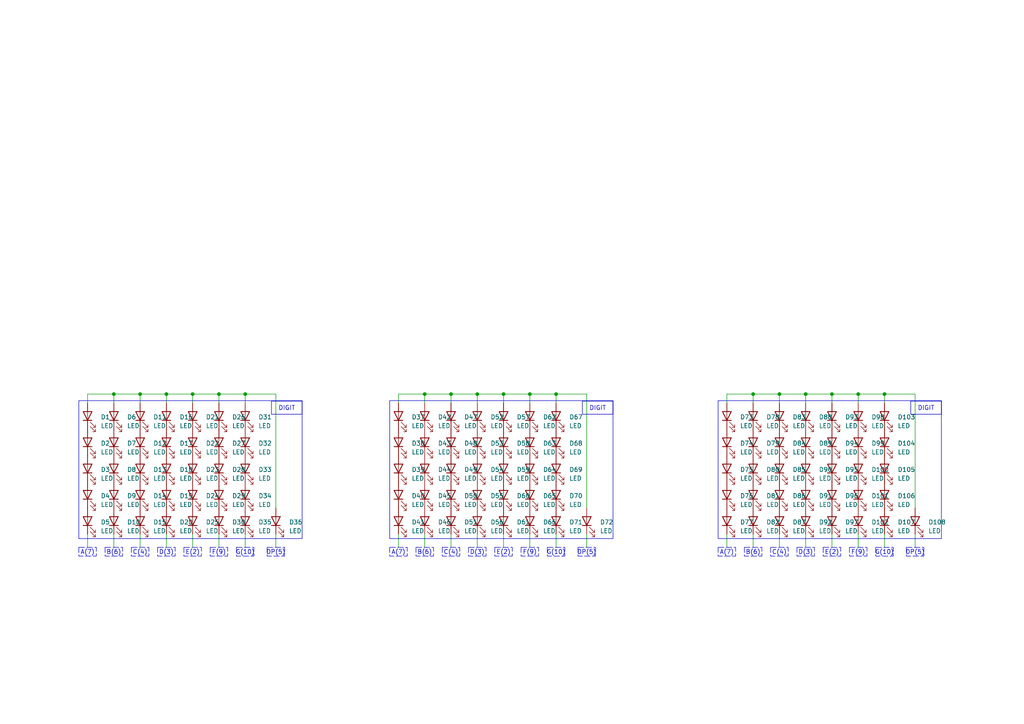
<source format=kicad_sch>
(kicad_sch (version 20250114) (generator "eeschema") (generator_version "9.0")
  (paper "A4")
  (lib_symbols
    (symbol "Device:LED" (pin_numbers (hide yes)) (pin_names (offset 1.016) (hide yes))
      (property "Reference" "D" (at 0 2.54 0))
      (property "Value" "LED" (at 0 -2.54 0))
      (symbol "LED_0_1"
        (polyline (pts (xy -3.048 -0.762) (xy -4.572 -2.286) (xy -3.81 -2.286) (xy -4.572 -2.286) (xy -4.572 -1.524)))
        (polyline (pts (xy -1.778 -0.762) (xy -3.302 -2.286) (xy -2.54 -2.286) (xy -3.302 -2.286) (xy -3.302 -1.524)))
        (polyline (pts (xy -1.27 0) (xy 1.27 0)))
        (polyline (pts (xy -1.27 -1.27) (xy -1.27 1.27)) (stroke (width 0.254)))
        (polyline (pts (xy 1.27 -1.27) (xy 1.27 1.27) (xy -1.27 0) (xy 1.27 -1.27)) (stroke (width 0.254)))
      )
      (symbol "LED_1_1"
        (pin passive line (at -3.81 0 0) (length 2.54) (name "K") (number "1"))
        (pin passive line (at 3.81 0 180) (length 2.54) (name "A") (number "2"))
      )
    )
  )
  (rectangle (start 113.03 116.205) (end 177.8 156.21))
  (rectangle (start 22.86 116.205) (end 87.63 156.21))
  (rectangle (start 208.28 116.205) (end 273.05 156.21))
  (text_box "G(10)" (at 254 158.75 0) (size 5.08 2.54) (margins 0.9525 0.9525 0.9525 0.9525) (stroke (width 0) (type dash)) (effects (font (size 1.27 1.27))))
  (text_box "E(2)" (at 143.51 158.75 0) (size 5.08 2.54) (margins 0.9525 0.9525 0.9525 0.9525) (stroke (width 0) (type dash)) (effects (font (size 1.27 1.27))))
  (text_box "D(3)" (at 231.14 158.75 0) (size 5.08 2.54) (margins 0.9525 0.9525 0.9525 0.9525) (stroke (width 0) (type dash)) (effects (font (size 1.27 1.27))))
  (text_box "E(2)" (at 238.76 158.75 0) (size 5.08 2.54) (margins 0.9525 0.9525 0.9525 0.9525) (stroke (width 0) (type dash)) (effects (font (size 1.27 1.27))))
  (text_box "D(3)" (at 135.89 158.75 0) (size 5.08 2.54) (margins 0.9525 0.9525 0.9525 0.9525) (stroke (width 0) (type dash)) (effects (font (size 1.27 1.27))))
  (text_box "C(4)" (at 128.27 158.75 0) (size 5.08 2.54) (margins 0.9525 0.9525 0.9525 0.9525) (stroke (width 0) (type dash)) (effects (font (size 1.27 1.27))))
  (text_box "B(6)" (at 30.48 158.75 0) (size 5.08 2.54) (margins 0.9525 0.9525 0.9525 0.9525) (stroke (width 0) (type dash)) (effects (font (size 1.27 1.27))))
  (text_box "D(3)" (at 45.72 158.75 0) (size 5.08 2.54) (margins 0.9525 0.9525 0.9525 0.9525) (stroke (width 0) (type dash)) (effects (font (size 1.27 1.27))))
  (text_box "DIGIT" (at 168.91 116.332 0) (size 8.89 3.81) (margins 0.9525 0.9525 0.9525 0.9525) (effects (font (size 1.27 1.27))))
  (text_box "DP(5)" (at 77.47 158.75 0) (size 5.08 2.54) (margins 0.9525 0.9525 0.9525 0.9525) (stroke (width 0) (type dash)) (effects (font (size 1.27 1.27))))
  (text_box "B(6)" (at 120.65 158.75 0) (size 5.08 2.54) (margins 0.9525 0.9525 0.9525 0.9525) (stroke (width 0) (type dash)) (effects (font (size 1.27 1.27))))
  (text_box "DIGIT" (at 78.74 116.332 0) (size 8.89 3.81) (margins 0.9525 0.9525 0.9525 0.9525) (effects (font (size 1.27 1.27))))
  (text_box "A(7)" (at 208.28 158.75 0) (size 5.08 2.54) (margins 0.9525 0.9525 0.9525 0.9525) (stroke (width 0) (type dash)) (effects (font (size 1.27 1.27))))
  (text_box "" (at 25.4 160.02 0) (size 0 0) (margins 0.9525 0.9525 0.9525 0.9525) (stroke (width 0) (type dash)) (effects (font (size 1.27 1.27))))
  (text_box "C(4)" (at 223.52 158.75 0) (size 5.08 2.54) (margins 0.9525 0.9525 0.9525 0.9525) (stroke (width 0) (type dash)) (effects (font (size 1.27 1.27))))
  (text_box "G(10)" (at 158.75 158.75 0) (size 5.08 2.54) (margins 0.9525 0.9525 0.9525 0.9525) (stroke (width 0) (type dash)) (effects (font (size 1.27 1.27))))
  (text_box "G(10)" (at 68.58 158.75 0) (size 5.08 2.54) (margins 0.9525 0.9525 0.9525 0.9525) (stroke (width 0) (type dash)) (effects (font (size 1.27 1.27))))
  (text_box "F(9)" (at 246.38 158.75 0) (size 5.08 2.54) (margins 0.9525 0.9525 0.9525 0.9525) (stroke (width 0) (type dash)) (effects (font (size 1.27 1.27))))
  (text_box "DP(5)" (at 167.64 158.75 0) (size 5.08 2.54) (margins 0.9525 0.9525 0.9525 0.9525) (stroke (width 0) (type dash)) (effects (font (size 1.27 1.27))))
  (text_box "DP(5)" (at 262.89 158.75 0) (size 5.08 2.54) (margins 0.9525 0.9525 0.9525 0.9525) (stroke (width 0) (type dash)) (effects (font (size 1.27 1.27))))
  (text_box "" (at 210.82 160.02 0) (size 0 0) (margins 0.9525 0.9525 0.9525 0.9525) (stroke (width 0) (type dash)) (effects (font (size 1.27 1.27))))
  (text_box "F(9)" (at 60.96 158.75 0) (size 5.08 2.54) (margins 0.9525 0.9525 0.9525 0.9525) (stroke (width 0) (type dash)) (effects (font (size 1.27 1.27))))
  (text_box "F(9)" (at 151.13 158.75 0) (size 5.08 2.54) (margins 0.9525 0.9525 0.9525 0.9525) (stroke (width 0) (type dash)) (effects (font (size 1.27 1.27))))
  (text_box "B(6)" (at 215.9 158.75 0) (size 5.08 2.54) (margins 0.9525 0.9525 0.9525 0.9525) (stroke (width 0) (type dash)) (effects (font (size 1.27 1.27))))
  (text_box "E(2)" (at 53.34 158.75 0) (size 5.08 2.54) (margins 0.9525 0.9525 0.9525 0.9525) (stroke (width 0) (type dash)) (effects (font (size 1.27 1.27))))
  (text_box "A(7)" (at 113.03 158.75 0) (size 5.08 2.54) (margins 0.9525 0.9525 0.9525 0.9525) (stroke (width 0) (type dash)) (effects (font (size 1.27 1.27))))
  (text_box "A(7)" (at 22.86 158.75 0) (size 5.08 2.54) (margins 0.9525 0.9525 0.9525 0.9525) (stroke (width 0) (type dash)) (effects (font (size 1.27 1.27))))
  (text_box "" (at 115.57 160.02 0) (size 0 0) (margins 0.9525 0.9525 0.9525 0.9525) (stroke (width 0) (type dash)) (effects (font (size 1.27 1.27))))
  (text_box "DIGIT" (at 264.16 116.332 0) (size 8.89 3.81) (margins 0.9525 0.9525 0.9525 0.9525) (effects (font (size 1.27 1.27))))
  (text_box "C(4)" (at 38.1 158.75 0) (size 5.08 2.54) (margins 0.9525 0.9525 0.9525 0.9525) (stroke (width 0) (type dash)) (effects (font (size 1.27 1.27))))
  (junction (at 33.02 114.3))
  (junction (at 71.12 114.3))
  (junction (at 161.29 114.3))
  (junction (at 130.81 114.3))
  (junction (at 218.44 114.3))
  (junction (at 233.68 114.3))
  (junction (at 248.92 114.3))
  (junction (at 55.88 114.3))
  (junction (at 226.06 114.3))
  (junction (at 241.3 114.3))
  (junction (at 256.54 114.3))
  (junction (at 123.19 114.3))
  (junction (at 63.5 114.3))
  (junction (at 40.64 114.3))
  (junction (at 48.26 114.3))
  (junction (at 153.67 114.3))
  (junction (at 138.43 114.3))
  (junction (at 146.05 114.3))
  (wire (pts (xy 138.43 114.3) (xy 146.05 114.3)))
  (wire (pts (xy 63.5 154.94) (xy 63.5 158.75)))
  (wire (pts (xy 153.67 154.94) (xy 153.67 158.75)))
  (wire (pts (xy 265.43 154.94) (xy 265.43 158.75)))
  (wire (pts (xy 115.57 154.94) (xy 115.57 158.75)))
  (wire (pts (xy 130.81 154.94) (xy 130.81 158.75)))
  (wire (pts (xy 63.5 114.3) (xy 63.5 116.84)))
  (wire (pts (xy 63.5 114.3) (xy 71.12 114.3)))
  (wire (pts (xy 226.06 154.94) (xy 226.06 158.75)))
  (wire (pts (xy 161.29 114.3) (xy 161.29 116.84)))
  (wire (pts (xy 40.64 114.3) (xy 48.26 114.3)))
  (wire (pts (xy 55.88 114.3) (xy 63.5 114.3)))
  (wire (pts (xy 241.3 154.94) (xy 241.3 158.75)))
  (wire (pts (xy 115.57 114.3) (xy 123.19 114.3)))
  (wire (pts (xy 123.19 154.94) (xy 123.19 158.75)))
  (wire (pts (xy 233.68 114.3) (xy 233.68 116.84)))
  (wire (pts (xy 170.18 154.94) (xy 170.18 158.75)))
  (wire (pts (xy 33.02 114.3) (xy 33.02 116.84)))
  (wire (pts (xy 265.43 114.3) (xy 265.43 147.32)))
  (wire (pts (xy 218.44 114.3) (xy 226.06 114.3)))
  (wire (pts (xy 55.88 114.3) (xy 55.88 116.84)))
  (wire (pts (xy 71.12 114.3) (xy 71.12 116.84)))
  (wire (pts (xy 256.54 114.3) (xy 265.43 114.3)))
  (wire (pts (xy 123.19 114.3) (xy 130.81 114.3)))
  (wire (pts (xy 248.92 154.94) (xy 248.92 158.75)))
  (wire (pts (xy 123.19 114.3) (xy 123.19 116.84)))
  (wire (pts (xy 233.68 154.94) (xy 233.68 158.75)))
  (wire (pts (xy 170.18 114.3) (xy 170.18 147.32)))
  (wire (pts (xy 25.4 114.3) (xy 33.02 114.3)))
  (wire (pts (xy 210.82 154.94) (xy 210.82 158.75)))
  (wire (pts (xy 40.64 116.84) (xy 40.64 114.3)))
  (wire (pts (xy 248.92 114.3) (xy 248.92 116.84)))
  (wire (pts (xy 33.02 114.3) (xy 40.64 114.3)))
  (wire (pts (xy 161.29 154.94) (xy 161.29 158.75)))
  (wire (pts (xy 40.64 154.94) (xy 40.64 158.75)))
  (wire (pts (xy 146.05 114.3) (xy 153.67 114.3)))
  (wire (pts (xy 33.02 154.94) (xy 33.02 158.75)))
  (wire (pts (xy 218.44 154.94) (xy 218.44 158.75)))
  (wire (pts (xy 210.82 114.3) (xy 218.44 114.3)))
  (wire (pts (xy 153.67 114.3) (xy 161.29 114.3)))
  (wire (pts (xy 210.82 116.84) (xy 210.82 114.3)))
  (wire (pts (xy 71.12 114.3) (xy 80.01 114.3)))
  (wire (pts (xy 25.4 154.94) (xy 25.4 158.75)))
  (wire (pts (xy 115.57 116.84) (xy 115.57 114.3)))
  (wire (pts (xy 256.54 154.94) (xy 256.54 158.75)))
  (wire (pts (xy 48.26 154.94) (xy 48.26 158.75)))
  (wire (pts (xy 71.12 154.94) (xy 71.12 158.75)))
  (wire (pts (xy 256.54 114.3) (xy 256.54 116.84)))
  (wire (pts (xy 146.05 154.94) (xy 146.05 158.75)))
  (wire (pts (xy 226.06 116.84) (xy 226.06 114.3)))
  (wire (pts (xy 248.92 114.3) (xy 256.54 114.3)))
  (wire (pts (xy 226.06 114.3) (xy 233.68 114.3)))
  (wire (pts (xy 161.29 114.3) (xy 170.18 114.3)))
  (wire (pts (xy 241.3 114.3) (xy 241.3 116.84)))
  (wire (pts (xy 153.67 114.3) (xy 153.67 116.84)))
  (wire (pts (xy 146.05 114.3) (xy 146.05 116.84)))
  (wire (pts (xy 233.68 114.3) (xy 241.3 114.3)))
  (wire (pts (xy 130.81 116.84) (xy 130.81 114.3)))
  (wire (pts (xy 48.26 114.3) (xy 55.88 114.3)))
  (wire (pts (xy 130.81 114.3) (xy 138.43 114.3)))
  (wire (pts (xy 80.01 114.3) (xy 80.01 147.32)))
  (wire (pts (xy 138.43 154.94) (xy 138.43 158.75)))
  (wire (pts (xy 48.26 114.3) (xy 48.26 116.84)))
  (wire (pts (xy 138.43 114.3) (xy 138.43 116.84)))
  (wire (pts (xy 55.88 154.94) (xy 55.88 158.75)))
  (wire (pts (xy 25.4 116.84) (xy 25.4 114.3)))
  (wire (pts (xy 241.3 114.3) (xy 248.92 114.3)))
  (wire (pts (xy 218.44 114.3) (xy 218.44 116.84)))
  (wire (pts (xy 80.01 154.94) (xy 80.01 158.75)))
  (symbol (lib_id "Device:LED") (at 210.82 128.27 90) (unit 1)
    (property "Reference" "D74" (at 214.63 128.5874 90) (effects (justify right)))
    (property "Value" "LED" (at 214.63 131.1274 90) (effects (justify right)))
    (property "Description" "Light emitting diode" (effects (hide yes)))
    (property "Sim.Pins" "1=K 2=A" (effects (hide yes)))
  )
  (symbol (lib_id "Device:LED") (at 210.82 120.65 90) (unit 1)
    (property "Reference" "D73" (at 214.63 120.9674 90) (effects (justify right)))
    (property "Value" "LED" (at 214.63 123.5074 90) (effects (justify right)))
    (property "Description" "Light emitting diode" (effects (hide yes)))
    (property "Sim.Pins" "1=K 2=A" (effects (hide yes)))
  )
  (symbol (lib_id "Device:LED") (at 161.29 135.89 90) (unit 1)
    (property "Reference" "D69" (at 165.1 136.2074 90) (effects (justify right)))
    (property "Value" "LED" (at 165.1 138.7474 90) (effects (justify right)))
    (property "Description" "Light emitting diode" (effects (hide yes)))
    (property "Sim.Pins" "1=K 2=A" (effects (hide yes)))
  )
  (symbol (lib_id "Device:LED") (at 146.05 151.13 90) (unit 1)
    (property "Reference" "D61" (at 149.86 151.4474 90) (effects (justify right)))
    (property "Value" "LED" (at 149.86 153.9874 90) (effects (justify right)))
    (property "Description" "Light emitting diode" (effects (hide yes)))
    (property "Sim.Pins" "1=K 2=A" (effects (hide yes)))
  )
  (symbol (lib_id "Device:LED") (at 25.4 143.51 90) (unit 1)
    (property "Reference" "D4" (at 29.21 143.8274 90) (effects (justify right)))
    (property "Value" "LED" (at 29.21 146.3674 90) (effects (justify right)))
    (property "Description" "Light emitting diode" (effects (hide yes)))
    (property "Sim.Pins" "1=K 2=A" (effects (hide yes)))
  )
  (symbol (lib_id "Device:LED") (at 218.44 151.13 90) (unit 1)
    (property "Reference" "D82" (at 222.25 151.4474 90) (effects (justify right)))
    (property "Value" "LED" (at 222.25 153.9874 90) (effects (justify right)))
    (property "Description" "Light emitting diode" (effects (hide yes)))
    (property "Sim.Pins" "1=K 2=A" (effects (hide yes)))
  )
  (symbol (lib_id "Device:LED") (at 71.12 120.65 90) (unit 1)
    (property "Reference" "D31" (at 74.93 120.9674 90) (effects (justify right)))
    (property "Value" "LED" (at 74.93 123.5074 90) (effects (justify right)))
    (property "Description" "Light emitting diode" (effects (hide yes)))
    (property "Sim.Pins" "1=K 2=A" (effects (hide yes)))
  )
  (symbol (lib_id "Device:LED") (at 40.64 143.51 90) (unit 1)
    (property "Reference" "D14" (at 44.45 143.8274 90) (effects (justify right)))
    (property "Value" "LED" (at 44.45 146.3674 90) (effects (justify right)))
    (property "Description" "Light emitting diode" (effects (hide yes)))
    (property "Sim.Pins" "1=K 2=A" (effects (hide yes)))
  )
  (symbol (lib_id "Device:LED") (at 161.29 120.65 90) (unit 1)
    (property "Reference" "D67" (at 165.1 120.9674 90) (effects (justify right)))
    (property "Value" "LED" (at 165.1 123.5074 90) (effects (justify right)))
    (property "Description" "Light emitting diode" (effects (hide yes)))
    (property "Sim.Pins" "1=K 2=A" (effects (hide yes)))
  )
  (symbol (lib_id "Device:LED") (at 130.81 135.89 90) (unit 1)
    (property "Reference" "D49" (at 134.62 136.2074 90) (effects (justify right)))
    (property "Value" "LED" (at 134.62 138.7474 90) (effects (justify right)))
    (property "Description" "Light emitting diode" (effects (hide yes)))
    (property "Sim.Pins" "1=K 2=A" (effects (hide yes)))
  )
  (symbol (lib_id "Device:LED") (at 115.57 143.51 90) (unit 1)
    (property "Reference" "D40" (at 119.38 143.8274 90) (effects (justify right)))
    (property "Value" "LED" (at 119.38 146.3674 90) (effects (justify right)))
    (property "Description" "Light emitting diode" (effects (hide yes)))
    (property "Sim.Pins" "1=K 2=A" (effects (hide yes)))
  )
  (symbol (lib_id "Device:LED") (at 123.19 120.65 90) (unit 1)
    (property "Reference" "D42" (at 127 120.9674 90) (effects (justify right)))
    (property "Value" "LED" (at 127 123.5074 90) (effects (justify right)))
    (property "Description" "Light emitting diode" (effects (hide yes)))
    (property "Sim.Pins" "1=K 2=A" (effects (hide yes)))
  )
  (symbol (lib_id "Device:LED") (at 123.19 128.27 90) (unit 1)
    (property "Reference" "D43" (at 127 128.5874 90) (effects (justify right)))
    (property "Value" "LED" (at 127 131.1274 90) (effects (justify right)))
    (property "Description" "Light emitting diode" (effects (hide yes)))
    (property "Sim.Pins" "1=K 2=A" (effects (hide yes)))
  )
  (symbol (lib_id "Device:LED") (at 55.88 120.65 90) (unit 1)
    (property "Reference" "D21" (at 59.69 120.9674 90) (effects (justify right)))
    (property "Value" "LED" (at 59.69 123.5074 90) (effects (justify right)))
    (property "Description" "Light emitting diode" (effects (hide yes)))
    (property "Sim.Pins" "1=K 2=A" (effects (hide yes)))
  )
  (symbol (lib_id "Device:LED") (at 210.82 151.13 90) (unit 1)
    (property "Reference" "D77" (at 214.63 151.4474 90) (effects (justify right)))
    (property "Value" "LED" (at 214.63 153.9874 90) (effects (justify right)))
    (property "Description" "Light emitting diode" (effects (hide yes)))
    (property "Sim.Pins" "1=K 2=A" (effects (hide yes)))
  )
  (symbol (lib_id "Device:LED") (at 48.26 135.89 90) (unit 1)
    (property "Reference" "D18" (at 52.07 136.2074 90) (effects (justify right)))
    (property "Value" "LED" (at 52.07 138.7474 90) (effects (justify right)))
    (property "Description" "Light emitting diode" (effects (hide yes)))
    (property "Sim.Pins" "1=K 2=A" (effects (hide yes)))
  )
  (symbol (lib_id "Device:LED") (at 241.3 120.65 90) (unit 1)
    (property "Reference" "D93" (at 245.11 120.9674 90) (effects (justify right)))
    (property "Value" "LED" (at 245.11 123.5074 90) (effects (justify right)))
    (property "Description" "Light emitting diode" (effects (hide yes)))
    (property "Sim.Pins" "1=K 2=A" (effects (hide yes)))
  )
  (symbol (lib_id "Device:LED") (at 48.26 120.65 90) (unit 1)
    (property "Reference" "D16" (at 52.07 120.9674 90) (effects (justify right)))
    (property "Value" "LED" (at 52.07 123.5074 90) (effects (justify right)))
    (property "Description" "Light emitting diode" (effects (hide yes)))
    (property "Sim.Pins" "1=K 2=A" (effects (hide yes)))
  )
  (symbol (lib_id "Device:LED") (at 248.92 128.27 90) (unit 1)
    (property "Reference" "D99" (at 252.73 128.5874 90) (effects (justify right)))
    (property "Value" "LED" (at 252.73 131.1274 90) (effects (justify right)))
    (property "Description" "Light emitting diode" (effects (hide yes)))
    (property "Sim.Pins" "1=K 2=A" (effects (hide yes)))
  )
  (symbol (lib_id "Device:LED") (at 25.4 151.13 90) (unit 1)
    (property "Reference" "D5" (at 29.21 151.4474 90) (effects (justify right)))
    (property "Value" "LED" (at 29.21 153.9874 90) (effects (justify right)))
    (property "Description" "Light emitting diode" (effects (hide yes)))
    (property "Sim.Pins" "1=K 2=A" (effects (hide yes)))
  )
  (symbol (lib_id "Device:LED") (at 241.3 128.27 90) (unit 1)
    (property "Reference" "D94" (at 245.11 128.5874 90) (effects (justify right)))
    (property "Value" "LED" (at 245.11 131.1274 90) (effects (justify right)))
    (property "Description" "Light emitting diode" (effects (hide yes)))
    (property "Sim.Pins" "1=K 2=A" (effects (hide yes)))
  )
  (symbol (lib_id "Device:LED") (at 33.02 143.51 90) (unit 1)
    (property "Reference" "D9" (at 36.83 143.8274 90) (effects (justify right)))
    (property "Value" "LED" (at 36.83 146.3674 90) (effects (justify right)))
    (property "Description" "Light emitting diode" (effects (hide yes)))
    (property "Sim.Pins" "1=K 2=A" (effects (hide yes)))
  )
  (symbol (lib_id "Device:LED") (at 138.43 135.89 90) (unit 1)
    (property "Reference" "D54" (at 142.24 136.2074 90) (effects (justify right)))
    (property "Value" "LED" (at 142.24 138.7474 90) (effects (justify right)))
    (property "Description" "Light emitting diode" (effects (hide yes)))
    (property "Sim.Pins" "1=K 2=A" (effects (hide yes)))
  )
  (symbol (lib_id "Device:LED") (at 63.5 151.13 90) (unit 1)
    (property "Reference" "D30" (at 67.31 151.4474 90) (effects (justify right)))
    (property "Value" "LED" (at 67.31 153.9874 90) (effects (justify right)))
    (property "Description" "Light emitting diode" (effects (hide yes)))
    (property "Sim.Pins" "1=K 2=A" (effects (hide yes)))
  )
  (symbol (lib_id "Device:LED") (at 226.06 143.51 90) (unit 1)
    (property "Reference" "D86" (at 229.87 143.8274 90) (effects (justify right)))
    (property "Value" "LED" (at 229.87 146.3674 90) (effects (justify right)))
    (property "Description" "Light emitting diode" (effects (hide yes)))
    (property "Sim.Pins" "1=K 2=A" (effects (hide yes)))
  )
  (symbol (lib_id "Device:LED") (at 33.02 151.13 90) (unit 1)
    (property "Reference" "D10" (at 36.83 151.4474 90) (effects (justify right)))
    (property "Value" "LED" (at 36.83 153.9874 90) (effects (justify right)))
    (property "Description" "Light emitting diode" (effects (hide yes)))
    (property "Sim.Pins" "1=K 2=A" (effects (hide yes)))
  )
  (symbol (lib_id "Device:LED") (at 40.64 151.13 90) (unit 1)
    (property "Reference" "D15" (at 44.45 151.4474 90) (effects (justify right)))
    (property "Value" "LED" (at 44.45 153.9874 90) (effects (justify right)))
    (property "Description" "Light emitting diode" (effects (hide yes)))
    (property "Sim.Pins" "1=K 2=A" (effects (hide yes)))
  )
  (symbol (lib_id "Device:LED") (at 63.5 128.27 90) (unit 1)
    (property "Reference" "D27" (at 67.31 128.5874 90) (effects (justify right)))
    (property "Value" "LED" (at 67.31 131.1274 90) (effects (justify right)))
    (property "Description" "Light emitting diode" (effects (hide yes)))
    (property "Sim.Pins" "1=K 2=A" (effects (hide yes)))
  )
  (symbol (lib_id "Device:LED") (at 153.67 143.51 90) (unit 1)
    (property "Reference" "D65" (at 157.48 143.8274 90) (effects (justify right)))
    (property "Value" "LED" (at 157.48 146.3674 90) (effects (justify right)))
    (property "Description" "Light emitting diode" (effects (hide yes)))
    (property "Sim.Pins" "1=K 2=A" (effects (hide yes)))
  )
  (symbol (lib_id "Device:LED") (at 71.12 151.13 90) (unit 1)
    (property "Reference" "D35" (at 74.93 151.4474 90) (effects (justify right)))
    (property "Value" "LED" (at 74.93 153.9874 90) (effects (justify right)))
    (property "Description" "Light emitting diode" (effects (hide yes)))
    (property "Sim.Pins" "1=K 2=A" (effects (hide yes)))
  )
  (symbol (lib_id "Device:LED") (at 63.5 135.89 90) (unit 1)
    (property "Reference" "D28" (at 67.31 136.2074 90) (effects (justify right)))
    (property "Value" "LED" (at 67.31 138.7474 90) (effects (justify right)))
    (property "Description" "Light emitting diode" (effects (hide yes)))
    (property "Sim.Pins" "1=K 2=A" (effects (hide yes)))
  )
  (symbol (lib_id "Device:LED") (at 115.57 128.27 90) (unit 1)
    (property "Reference" "D38" (at 119.38 128.5874 90) (effects (justify right)))
    (property "Value" "LED" (at 119.38 131.1274 90) (effects (justify right)))
    (property "Description" "Light emitting diode" (effects (hide yes)))
    (property "Sim.Pins" "1=K 2=A" (effects (hide yes)))
  )
  (symbol (lib_id "Device:LED") (at 256.54 120.65 90) (unit 1)
    (property "Reference" "D103" (at 260.35 120.9674 90) (effects (justify right)))
    (property "Value" "LED" (at 260.35 123.5074 90) (effects (justify right)))
    (property "Description" "Light emitting diode" (effects (hide yes)))
    (property "Sim.Pins" "1=K 2=A" (effects (hide yes)))
  )
  (symbol (lib_id "Device:LED") (at 48.26 128.27 90) (unit 1)
    (property "Reference" "D17" (at 52.07 128.5874 90) (effects (justify right)))
    (property "Value" "LED" (at 52.07 131.1274 90) (effects (justify right)))
    (property "Description" "Light emitting diode" (effects (hide yes)))
    (property "Sim.Pins" "1=K 2=A" (effects (hide yes)))
  )
  (symbol (lib_id "Device:LED") (at 33.02 135.89 90) (unit 1)
    (property "Reference" "D8" (at 36.83 136.2074 90) (effects (justify right)))
    (property "Value" "LED" (at 36.83 138.7474 90) (effects (justify right)))
    (property "Description" "Light emitting diode" (effects (hide yes)))
    (property "Sim.Pins" "1=K 2=A" (effects (hide yes)))
  )
  (symbol (lib_id "Device:LED") (at 233.68 120.65 90) (unit 1)
    (property "Reference" "D88" (at 237.49 120.9674 90) (effects (justify right)))
    (property "Value" "LED" (at 237.49 123.5074 90) (effects (justify right)))
    (property "Description" "Light emitting diode" (effects (hide yes)))
    (property "Sim.Pins" "1=K 2=A" (effects (hide yes)))
  )
  (symbol (lib_id "Device:LED") (at 138.43 128.27 90) (unit 1)
    (property "Reference" "D53" (at 142.24 128.5874 90) (effects (justify right)))
    (property "Value" "LED" (at 142.24 131.1274 90) (effects (justify right)))
    (property "Description" "Light emitting diode" (effects (hide yes)))
    (property "Sim.Pins" "1=K 2=A" (effects (hide yes)))
  )
  (symbol (lib_id "Device:LED") (at 153.67 151.13 90) (unit 1)
    (property "Reference" "D66" (at 157.48 151.4474 90) (effects (justify right)))
    (property "Value" "LED" (at 157.48 153.9874 90) (effects (justify right)))
    (property "Description" "Light emitting diode" (effects (hide yes)))
    (property "Sim.Pins" "1=K 2=A" (effects (hide yes)))
  )
  (symbol (lib_id "Device:LED") (at 146.05 135.89 90) (unit 1)
    (property "Reference" "D59" (at 149.86 136.2074 90) (effects (justify right)))
    (property "Value" "LED" (at 149.86 138.7474 90) (effects (justify right)))
    (property "Description" "Light emitting diode" (effects (hide yes)))
    (property "Sim.Pins" "1=K 2=A" (effects (hide yes)))
  )
  (symbol (lib_id "Device:LED") (at 138.43 151.13 90) (unit 1)
    (property "Reference" "D56" (at 142.24 151.4474 90) (effects (justify right)))
    (property "Value" "LED" (at 142.24 153.9874 90) (effects (justify right)))
    (property "Description" "Light emitting diode" (effects (hide yes)))
    (property "Sim.Pins" "1=K 2=A" (effects (hide yes)))
  )
  (symbol (lib_id "Device:LED") (at 210.82 135.89 90) (unit 1)
    (property "Reference" "D75" (at 214.63 136.2074 90) (effects (justify right)))
    (property "Value" "LED" (at 214.63 138.7474 90) (effects (justify right)))
    (property "Description" "Light emitting diode" (effects (hide yes)))
    (property "Sim.Pins" "1=K 2=A" (effects (hide yes)))
  )
  (symbol (lib_id "Device:LED") (at 226.06 151.13 90) (unit 1)
    (property "Reference" "D87" (at 229.87 151.4474 90) (effects (justify right)))
    (property "Value" "LED" (at 229.87 153.9874 90) (effects (justify right)))
    (property "Description" "Light emitting diode" (effects (hide yes)))
    (property "Sim.Pins" "1=K 2=A" (effects (hide yes)))
  )
  (symbol (lib_id "Device:LED") (at 80.01 151.13 90) (unit 1)
    (property "Reference" "D36" (at 83.82 151.4474 90) (effects (justify right)))
    (property "Value" "LED" (at 83.82 153.9874 90) (effects (justify right)))
    (property "Description" "Light emitting diode" (effects (hide yes)))
    (property "Sim.Pins" "1=K 2=A" (effects (hide yes)))
  )
  (symbol (lib_id "Device:LED") (at 123.19 151.13 90) (unit 1)
    (property "Reference" "D46" (at 127 151.4474 90) (effects (justify right)))
    (property "Value" "LED" (at 127 153.9874 90) (effects (justify right)))
    (property "Description" "Light emitting diode" (effects (hide yes)))
    (property "Sim.Pins" "1=K 2=A" (effects (hide yes)))
  )
  (symbol (lib_id "Device:LED") (at 25.4 135.89 90) (unit 1)
    (property "Reference" "D3" (at 29.21 136.2074 90) (effects (justify right)))
    (property "Value" "LED" (at 29.21 138.7474 90) (effects (justify right)))
    (property "Description" "Light emitting diode" (effects (hide yes)))
    (property "Sim.Pins" "1=K 2=A" (effects (hide yes)))
  )
  (symbol (lib_id "Device:LED") (at 40.64 128.27 90) (unit 1)
    (property "Reference" "D12" (at 44.45 128.5874 90) (effects (justify right)))
    (property "Value" "LED" (at 44.45 131.1274 90) (effects (justify right)))
    (property "Description" "Light emitting diode" (effects (hide yes)))
    (property "Sim.Pins" "1=K 2=A" (effects (hide yes)))
  )
  (symbol (lib_id "Device:LED") (at 170.18 151.13 90) (unit 1)
    (property "Reference" "D72" (at 173.99 151.4474 90) (effects (justify right)))
    (property "Value" "LED" (at 173.99 153.9874 90) (effects (justify right)))
    (property "Description" "Light emitting diode" (effects (hide yes)))
    (property "Sim.Pins" "1=K 2=A" (effects (hide yes)))
  )
  (symbol (lib_id "Device:LED") (at 241.3 135.89 90) (unit 1)
    (property "Reference" "D95" (at 245.11 136.2074 90) (effects (justify right)))
    (property "Value" "LED" (at 245.11 138.7474 90) (effects (justify right)))
    (property "Description" "Light emitting diode" (effects (hide yes)))
    (property "Sim.Pins" "1=K 2=A" (effects (hide yes)))
  )
  (symbol (lib_id "Device:LED") (at 233.68 128.27 90) (unit 1)
    (property "Reference" "D89" (at 237.49 128.5874 90) (effects (justify right)))
    (property "Value" "LED" (at 237.49 131.1274 90) (effects (justify right)))
    (property "Description" "Light emitting diode" (effects (hide yes)))
    (property "Sim.Pins" "1=K 2=A" (effects (hide yes)))
  )
  (symbol (lib_id "Device:LED") (at 241.3 143.51 90) (unit 1)
    (property "Reference" "D96" (at 245.11 143.8274 90) (effects (justify right)))
    (property "Value" "LED" (at 245.11 146.3674 90) (effects (justify right)))
    (property "Description" "Light emitting diode" (effects (hide yes)))
    (property "Sim.Pins" "1=K 2=A" (effects (hide yes)))
  )
  (symbol (lib_id "Device:LED") (at 241.3 151.13 90) (unit 1)
    (property "Reference" "D97" (at 245.11 151.4474 90) (effects (justify right)))
    (property "Value" "LED" (at 245.11 153.9874 90) (effects (justify right)))
    (property "Description" "Light emitting diode" (effects (hide yes)))
    (property "Sim.Pins" "1=K 2=A" (effects (hide yes)))
  )
  (symbol (lib_id "Device:LED") (at 48.26 143.51 90) (unit 1)
    (property "Reference" "D19" (at 52.07 143.8274 90) (effects (justify right)))
    (property "Value" "LED" (at 52.07 146.3674 90) (effects (justify right)))
    (property "Description" "Light emitting diode" (effects (hide yes)))
    (property "Sim.Pins" "1=K 2=A" (effects (hide yes)))
  )
  (symbol (lib_id "Device:LED") (at 25.4 128.27 90) (unit 1)
    (property "Reference" "D2" (at 29.21 128.5874 90) (effects (justify right)))
    (property "Value" "LED" (at 29.21 131.1274 90) (effects (justify right)))
    (property "Description" "Light emitting diode" (effects (hide yes)))
    (property "Sim.Pins" "1=K 2=A" (effects (hide yes)))
  )
  (symbol (lib_id "Device:LED") (at 233.68 143.51 90) (unit 1)
    (property "Reference" "D91" (at 237.49 143.8274 90) (effects (justify right)))
    (property "Value" "LED" (at 237.49 146.3674 90) (effects (justify right)))
    (property "Description" "Light emitting diode" (effects (hide yes)))
    (property "Sim.Pins" "1=K 2=A" (effects (hide yes)))
  )
  (symbol (lib_id "Device:LED") (at 256.54 135.89 90) (unit 1)
    (property "Reference" "D105" (at 260.35 136.2074 90) (effects (justify right)))
    (property "Value" "LED" (at 260.35 138.7474 90) (effects (justify right)))
    (property "Description" "Light emitting diode" (effects (hide yes)))
    (property "Sim.Pins" "1=K 2=A" (effects (hide yes)))
  )
  (symbol (lib_id "Device:LED") (at 153.67 120.65 90) (unit 1)
    (property "Reference" "D62" (at 157.48 120.9674 90) (effects (justify right)))
    (property "Value" "LED" (at 157.48 123.5074 90) (effects (justify right)))
    (property "Description" "Light emitting diode" (effects (hide yes)))
    (property "Sim.Pins" "1=K 2=A" (effects (hide yes)))
  )
  (symbol (lib_id "Device:LED") (at 161.29 143.51 90) (unit 1)
    (property "Reference" "D70" (at 165.1 143.8274 90) (effects (justify right)))
    (property "Value" "LED" (at 165.1 146.3674 90) (effects (justify right)))
    (property "Description" "Light emitting diode" (effects (hide yes)))
    (property "Sim.Pins" "1=K 2=A" (effects (hide yes)))
  )
  (symbol (lib_id "Device:LED") (at 40.64 135.89 90) (unit 1)
    (property "Reference" "D13" (at 44.45 136.2074 90) (effects (justify right)))
    (property "Value" "LED" (at 44.45 138.7474 90) (effects (justify right)))
    (property "Description" "Light emitting diode" (effects (hide yes)))
    (property "Sim.Pins" "1=K 2=A" (effects (hide yes)))
  )
  (symbol (lib_id "Device:LED") (at 233.68 151.13 90) (unit 1)
    (property "Reference" "D92" (at 237.49 151.4474 90) (effects (justify right)))
    (property "Value" "LED" (at 237.49 153.9874 90) (effects (justify right)))
    (property "Description" "Light emitting diode" (effects (hide yes)))
    (property "Sim.Pins" "1=K 2=A" (effects (hide yes)))
  )
  (symbol (lib_id "Device:LED") (at 146.05 143.51 90) (unit 1)
    (property "Reference" "D60" (at 149.86 143.8274 90) (effects (justify right)))
    (property "Value" "LED" (at 149.86 146.3674 90) (effects (justify right)))
    (property "Description" "Light emitting diode" (effects (hide yes)))
    (property "Sim.Pins" "1=K 2=A" (effects (hide yes)))
  )
  (symbol (lib_id "Device:LED") (at 226.06 135.89 90) (unit 1)
    (property "Reference" "D85" (at 229.87 136.2074 90) (effects (justify right)))
    (property "Value" "LED" (at 229.87 138.7474 90) (effects (justify right)))
    (property "Description" "Light emitting diode" (effects (hide yes)))
    (property "Sim.Pins" "1=K 2=A" (effects (hide yes)))
  )
  (symbol (lib_id "Device:LED") (at 218.44 135.89 90) (unit 1)
    (property "Reference" "D80" (at 222.25 136.2074 90) (effects (justify right)))
    (property "Value" "LED" (at 222.25 138.7474 90) (effects (justify right)))
    (property "Description" "Light emitting diode" (effects (hide yes)))
    (property "Sim.Pins" "1=K 2=A" (effects (hide yes)))
  )
  (symbol (lib_id "Device:LED") (at 130.81 151.13 90) (unit 1)
    (property "Reference" "D51" (at 134.62 151.4474 90) (effects (justify right)))
    (property "Value" "LED" (at 134.62 153.9874 90) (effects (justify right)))
    (property "Description" "Light emitting diode" (effects (hide yes)))
    (property "Sim.Pins" "1=K 2=A" (effects (hide yes)))
  )
  (symbol (lib_id "Device:LED") (at 40.64 120.65 90) (unit 1)
    (property "Reference" "D11" (at 44.45 120.9674 90) (effects (justify right)))
    (property "Value" "LED" (at 44.45 123.5074 90) (effects (justify right)))
    (property "Description" "Light emitting diode" (effects (hide yes)))
    (property "Sim.Pins" "1=K 2=A" (effects (hide yes)))
  )
  (symbol (lib_id "Device:LED") (at 256.54 151.13 90) (unit 1)
    (property "Reference" "D107" (at 260.35 151.4474 90) (effects (justify right)))
    (property "Value" "LED" (at 260.35 153.9874 90) (effects (justify right)))
    (property "Description" "Light emitting diode" (effects (hide yes)))
    (property "Sim.Pins" "1=K 2=A" (effects (hide yes)))
  )
  (symbol (lib_id "Device:LED") (at 146.05 128.27 90) (unit 1)
    (property "Reference" "D58" (at 149.86 128.5874 90) (effects (justify right)))
    (property "Value" "LED" (at 149.86 131.1274 90) (effects (justify right)))
    (property "Description" "Light emitting diode" (effects (hide yes)))
    (property "Sim.Pins" "1=K 2=A" (effects (hide yes)))
  )
  (symbol (lib_id "Device:LED") (at 33.02 128.27 90) (unit 1)
    (property "Reference" "D7" (at 36.83 128.5874 90) (effects (justify right)))
    (property "Value" "LED" (at 36.83 131.1274 90) (effects (justify right)))
    (property "Description" "Light emitting diode" (effects (hide yes)))
    (property "Sim.Pins" "1=K 2=A" (effects (hide yes)))
  )
  (symbol (lib_id "Device:LED") (at 218.44 128.27 90) (unit 1)
    (property "Reference" "D79" (at 222.25 128.5874 90) (effects (justify right)))
    (property "Value" "LED" (at 222.25 131.1274 90) (effects (justify right)))
    (property "Description" "Light emitting diode" (effects (hide yes)))
    (property "Sim.Pins" "1=K 2=A" (effects (hide yes)))
  )
  (symbol (lib_id "Device:LED") (at 25.4 120.65 90) (unit 1)
    (property "Reference" "D1" (at 29.21 120.9674 90) (effects (justify right)))
    (property "Value" "LED" (at 29.21 123.5074 90) (effects (justify right)))
    (property "Description" "Light emitting diode" (effects (hide yes)))
    (property "Sim.Pins" "1=K 2=A" (effects (hide yes)))
  )
  (symbol (lib_id "Device:LED") (at 265.43 151.13 90) (unit 1)
    (property "Reference" "D108" (at 269.24 151.4474 90) (effects (justify right)))
    (property "Value" "LED" (at 269.24 153.9874 90) (effects (justify right)))
    (property "Description" "Light emitting diode" (effects (hide yes)))
    (property "Sim.Pins" "1=K 2=A" (effects (hide yes)))
  )
  (symbol (lib_id "Device:LED") (at 115.57 151.13 90) (unit 1)
    (property "Reference" "D41" (at 119.38 151.4474 90) (effects (justify right)))
    (property "Value" "LED" (at 119.38 153.9874 90) (effects (justify right)))
    (property "Description" "Light emitting diode" (effects (hide yes)))
    (property "Sim.Pins" "1=K 2=A" (effects (hide yes)))
  )
  (symbol (lib_id "Device:LED") (at 138.43 143.51 90) (unit 1)
    (property "Reference" "D55" (at 142.24 143.8274 90) (effects (justify right)))
    (property "Value" "LED" (at 142.24 146.3674 90) (effects (justify right)))
    (property "Description" "Light emitting diode" (effects (hide yes)))
    (property "Sim.Pins" "1=K 2=A" (effects (hide yes)))
  )
  (symbol (lib_id "Device:LED") (at 248.92 135.89 90) (unit 1)
    (property "Reference" "D100" (at 252.73 136.2074 90) (effects (justify right)))
    (property "Value" "LED" (at 252.73 138.7474 90) (effects (justify right)))
    (property "Description" "Light emitting diode" (effects (hide yes)))
    (property "Sim.Pins" "1=K 2=A" (effects (hide yes)))
  )
  (symbol (lib_id "Device:LED") (at 138.43 120.65 90) (unit 1)
    (property "Reference" "D52" (at 142.24 120.9674 90) (effects (justify right)))
    (property "Value" "LED" (at 142.24 123.5074 90) (effects (justify right)))
    (property "Description" "Light emitting diode" (effects (hide yes)))
    (property "Sim.Pins" "1=K 2=A" (effects (hide yes)))
  )
  (symbol (lib_id "Device:LED") (at 130.81 128.27 90) (unit 1)
    (property "Reference" "D48" (at 134.62 128.5874 90) (effects (justify right)))
    (property "Value" "LED" (at 134.62 131.1274 90) (effects (justify right)))
    (property "Description" "Light emitting diode" (effects (hide yes)))
    (property "Sim.Pins" "1=K 2=A" (effects (hide yes)))
  )
  (symbol (lib_id "Device:LED") (at 226.06 120.65 90) (unit 1)
    (property "Reference" "D83" (at 229.87 120.9674 90) (effects (justify right)))
    (property "Value" "LED" (at 229.87 123.5074 90) (effects (justify right)))
    (property "Description" "Light emitting diode" (effects (hide yes)))
    (property "Sim.Pins" "1=K 2=A" (effects (hide yes)))
  )
  (symbol (lib_id "Device:LED") (at 115.57 120.65 90) (unit 1)
    (property "Reference" "D37" (at 119.38 120.9674 90) (effects (justify right)))
    (property "Value" "LED" (at 119.38 123.5074 90) (effects (justify right)))
    (property "Description" "Light emitting diode" (effects (hide yes)))
    (property "Sim.Pins" "1=K 2=A" (effects (hide yes)))
  )
  (symbol (lib_id "Device:LED") (at 71.12 143.51 90) (unit 1)
    (property "Reference" "D34" (at 74.93 143.8274 90) (effects (justify right)))
    (property "Value" "LED" (at 74.93 146.3674 90) (effects (justify right)))
    (property "Description" "Light emitting diode" (effects (hide yes)))
    (property "Sim.Pins" "1=K 2=A" (effects (hide yes)))
  )
  (symbol (lib_id "Device:LED") (at 55.88 143.51 90) (unit 1)
    (property "Reference" "D24" (at 59.69 143.8274 90) (effects (justify right)))
    (property "Value" "LED" (at 59.69 146.3674 90) (effects (justify right)))
    (property "Description" "Light emitting diode" (effects (hide yes)))
    (property "Sim.Pins" "1=K 2=A" (effects (hide yes)))
  )
  (symbol (lib_id "Device:LED") (at 55.88 151.13 90) (unit 1)
    (property "Reference" "D25" (at 59.69 151.4474 90) (effects (justify right)))
    (property "Value" "LED" (at 59.69 153.9874 90) (effects (justify right)))
    (property "Description" "Light emitting diode" (effects (hide yes)))
    (property "Sim.Pins" "1=K 2=A" (effects (hide yes)))
  )
  (symbol (lib_id "Device:LED") (at 33.02 120.65 90) (unit 1)
    (property "Reference" "D6" (at 36.83 120.9674 90) (effects (justify right)))
    (property "Value" "LED" (at 36.83 123.5074 90) (effects (justify right)))
    (property "Description" "Light emitting diode" (effects (hide yes)))
    (property "Sim.Pins" "1=K 2=A" (effects (hide yes)))
  )
  (symbol (lib_id "Device:LED") (at 130.81 120.65 90) (unit 1)
    (property "Reference" "D47" (at 134.62 120.9674 90) (effects (justify right)))
    (property "Value" "LED" (at 134.62 123.5074 90) (effects (justify right)))
    (property "Description" "Light emitting diode" (effects (hide yes)))
    (property "Sim.Pins" "1=K 2=A" (effects (hide yes)))
  )
  (symbol (lib_id "Device:LED") (at 226.06 128.27 90) (unit 1)
    (property "Reference" "D84" (at 229.87 128.5874 90) (effects (justify right)))
    (property "Value" "LED" (at 229.87 131.1274 90) (effects (justify right)))
    (property "Description" "Light emitting diode" (effects (hide yes)))
    (property "Sim.Pins" "1=K 2=A" (effects (hide yes)))
  )
  (symbol (lib_id "Device:LED") (at 63.5 143.51 90) (unit 1)
    (property "Reference" "D29" (at 67.31 143.8274 90) (effects (justify right)))
    (property "Value" "LED" (at 67.31 146.3674 90) (effects (justify right)))
    (property "Description" "Light emitting diode" (effects (hide yes)))
    (property "Sim.Pins" "1=K 2=A" (effects (hide yes)))
  )
  (symbol (lib_id "Device:LED") (at 248.92 143.51 90) (unit 1)
    (property "Reference" "D101" (at 252.73 143.8274 90) (effects (justify right)))
    (property "Value" "LED" (at 252.73 146.3674 90) (effects (justify right)))
    (property "Description" "Light emitting diode" (effects (hide yes)))
    (property "Sim.Pins" "1=K 2=A" (effects (hide yes)))
  )
  (symbol (lib_id "Device:LED") (at 130.81 143.51 90) (unit 1)
    (property "Reference" "D50" (at 134.62 143.8274 90) (effects (justify right)))
    (property "Value" "LED" (at 134.62 146.3674 90) (effects (justify right)))
    (property "Description" "Light emitting diode" (effects (hide yes)))
    (property "Sim.Pins" "1=K 2=A" (effects (hide yes)))
  )
  (symbol (lib_id "Device:LED") (at 256.54 128.27 90) (unit 1)
    (property "Reference" "D104" (at 260.35 128.5874 90) (effects (justify right)))
    (property "Value" "LED" (at 260.35 131.1274 90) (effects (justify right)))
    (property "Description" "Light emitting diode" (effects (hide yes)))
    (property "Sim.Pins" "1=K 2=A" (effects (hide yes)))
  )
  (symbol (lib_id "Device:LED") (at 256.54 143.51 90) (unit 1)
    (property "Reference" "D106" (at 260.35 143.8274 90) (effects (justify right)))
    (property "Value" "LED" (at 260.35 146.3674 90) (effects (justify right)))
    (property "Description" "Light emitting diode" (effects (hide yes)))
    (property "Sim.Pins" "1=K 2=A" (effects (hide yes)))
  )
  (symbol (lib_id "Device:LED") (at 233.68 135.89 90) (unit 1)
    (property "Reference" "D90" (at 237.49 136.2074 90) (effects (justify right)))
    (property "Value" "LED" (at 237.49 138.7474 90) (effects (justify right)))
    (property "Description" "Light emitting diode" (effects (hide yes)))
    (property "Sim.Pins" "1=K 2=A" (effects (hide yes)))
  )
  (symbol (lib_id "Device:LED") (at 153.67 135.89 90) (unit 1)
    (property "Reference" "D64" (at 157.48 136.2074 90) (effects (justify right)))
    (property "Value" "LED" (at 157.48 138.7474 90) (effects (justify right)))
    (property "Description" "Light emitting diode" (effects (hide yes)))
    (property "Sim.Pins" "1=K 2=A" (effects (hide yes)))
  )
  (symbol (lib_id "Device:LED") (at 55.88 135.89 90) (unit 1)
    (property "Reference" "D23" (at 59.69 136.2074 90) (effects (justify right)))
    (property "Value" "LED" (at 59.69 138.7474 90) (effects (justify right)))
    (property "Description" "Light emitting diode" (effects (hide yes)))
    (property "Sim.Pins" "1=K 2=A" (effects (hide yes)))
  )
  (symbol (lib_id "Device:LED") (at 63.5 120.65 90) (unit 1)
    (property "Reference" "D26" (at 67.31 120.9674 90) (effects (justify right)))
    (property "Value" "LED" (at 67.31 123.5074 90) (effects (justify right)))
    (property "Description" "Light emitting diode" (effects (hide yes)))
    (property "Sim.Pins" "1=K 2=A" (effects (hide yes)))
  )
  (symbol (lib_id "Device:LED") (at 248.92 151.13 90) (unit 1)
    (property "Reference" "D102" (at 252.73 151.4474 90) (effects (justify right)))
    (property "Value" "LED" (at 252.73 153.9874 90) (effects (justify right)))
    (property "Description" "Light emitting diode" (effects (hide yes)))
    (property "Sim.Pins" "1=K 2=A" (effects (hide yes)))
  )
  (symbol (lib_id "Device:LED") (at 55.88 128.27 90) (unit 1)
    (property "Reference" "D22" (at 59.69 128.5874 90) (effects (justify right)))
    (property "Value" "LED" (at 59.69 131.1274 90) (effects (justify right)))
    (property "Description" "Light emitting diode" (effects (hide yes)))
    (property "Sim.Pins" "1=K 2=A" (effects (hide yes)))
  )
  (symbol (lib_id "Device:LED") (at 153.67 128.27 90) (unit 1)
    (property "Reference" "D63" (at 157.48 128.5874 90) (effects (justify right)))
    (property "Value" "LED" (at 157.48 131.1274 90) (effects (justify right)))
    (property "Description" "Light emitting diode" (effects (hide yes)))
    (property "Sim.Pins" "1=K 2=A" (effects (hide yes)))
  )
  (symbol (lib_id "Device:LED") (at 146.05 120.65 90) (unit 1)
    (property "Reference" "D57" (at 149.86 120.9674 90) (effects (justify right)))
    (property "Value" "LED" (at 149.86 123.5074 90) (effects (justify right)))
    (property "Description" "Light emitting diode" (effects (hide yes)))
    (property "Sim.Pins" "1=K 2=A" (effects (hide yes)))
  )
  (symbol (lib_id "Device:LED") (at 48.26 151.13 90) (unit 1)
    (property "Reference" "D20" (at 52.07 151.4474 90) (effects (justify right)))
    (property "Value" "LED" (at 52.07 153.9874 90) (effects (justify right)))
    (property "Description" "Light emitting diode" (effects (hide yes)))
    (property "Sim.Pins" "1=K 2=A" (effects (hide yes)))
  )
  (symbol (lib_id "Device:LED") (at 161.29 151.13 90) (unit 1)
    (property "Reference" "D71" (at 165.1 151.4474 90) (effects (justify right)))
    (property "Value" "LED" (at 165.1 153.9874 90) (effects (justify right)))
    (property "Description" "Light emitting diode" (effects (hide yes)))
    (property "Sim.Pins" "1=K 2=A" (effects (hide yes)))
  )
  (symbol (lib_id "Device:LED") (at 123.19 143.51 90) (unit 1)
    (property "Reference" "D45" (at 127 143.8274 90) (effects (justify right)))
    (property "Value" "LED" (at 127 146.3674 90) (effects (justify right)))
    (property "Description" "Light emitting diode" (effects (hide yes)))
    (property "Sim.Pins" "1=K 2=A" (effects (hide yes)))
  )
  (symbol (lib_id "Device:LED") (at 71.12 128.27 90) (unit 1)
    (property "Reference" "D32" (at 74.93 128.5874 90) (effects (justify right)))
    (property "Value" "LED" (at 74.93 131.1274 90) (effects (justify right)))
    (property "Description" "Light emitting diode" (effects (hide yes)))
    (property "Sim.Pins" "1=K 2=A" (effects (hide yes)))
  )
  (symbol (lib_id "Device:LED") (at 218.44 120.65 90) (unit 1)
    (property "Reference" "D78" (at 222.25 120.9674 90) (effects (justify right)))
    (property "Value" "LED" (at 222.25 123.5074 90) (effects (justify right)))
    (property "Description" "Light emitting diode" (effects (hide yes)))
    (property "Sim.Pins" "1=K 2=A" (effects (hide yes)))
  )
  (symbol (lib_id "Device:LED") (at 218.44 143.51 90) (unit 1)
    (property "Reference" "D81" (at 222.25 143.8274 90) (effects (justify right)))
    (property "Value" "LED" (at 222.25 146.3674 90) (effects (justify right)))
    (property "Description" "Light emitting diode" (effects (hide yes)))
    (property "Sim.Pins" "1=K 2=A" (effects (hide yes)))
  )
  (symbol (lib_id "Device:LED") (at 71.12 135.89 90) (unit 1)
    (property "Reference" "D33" (at 74.93 136.2074 90) (effects (justify right)))
    (property "Value" "LED" (at 74.93 138.7474 90) (effects (justify right)))
    (property "Description" "Light emitting diode" (effects (hide yes)))
    (property "Sim.Pins" "1=K 2=A" (effects (hide yes)))
  )
  (symbol (lib_id "Device:LED") (at 161.29 128.27 90) (unit 1)
    (property "Reference" "D68" (at 165.1 128.5874 90) (effects (justify right)))
    (property "Value" "LED" (at 165.1 131.1274 90) (effects (justify right)))
    (property "Description" "Light emitting diode" (effects (hide yes)))
    (property "Sim.Pins" "1=K 2=A" (effects (hide yes)))
  )
  (symbol (lib_id "Device:LED") (at 210.82 143.51 90) (unit 1)
    (property "Reference" "D76" (at 214.63 143.8274 90) (effects (justify right)))
    (property "Value" "LED" (at 214.63 146.3674 90) (effects (justify right)))
    (property "Description" "Light emitting diode" (effects (hide yes)))
    (property "Sim.Pins" "1=K 2=A" (effects (hide yes)))
  )
  (symbol (lib_id "Device:LED") (at 123.19 135.89 90) (unit 1)
    (property "Reference" "D44" (at 127 136.2074 90) (effects (justify right)))
    (property "Value" "LED" (at 127 138.7474 90) (effects (justify right)))
    (property "Description" "Light emitting diode" (effects (hide yes)))
    (property "Sim.Pins" "1=K 2=A" (effects (hide yes)))
  )
  (symbol (lib_id "Device:LED") (at 115.57 135.89 90) (unit 1)
    (property "Reference" "D39" (at 119.38 136.2074 90) (effects (justify right)))
    (property "Value" "LED" (at 119.38 138.7474 90) (effects (justify right)))
    (property "Description" "Light emitting diode" (effects (hide yes)))
    (property "Sim.Pins" "1=K 2=A" (effects (hide yes)))
  )
  (symbol (lib_id "Device:LED") (at 248.92 120.65 90) (unit 1)
    (property "Reference" "D98" (at 252.73 120.9674 90) (effects (justify right)))
    (property "Value" "LED" (at 252.73 123.5074 90) (effects (justify right)))
    (property "Description" "Light emitting diode" (effects (hide yes)))
    (property "Sim.Pins" "1=K 2=A" (effects (hide yes)))
  )
)
</source>
